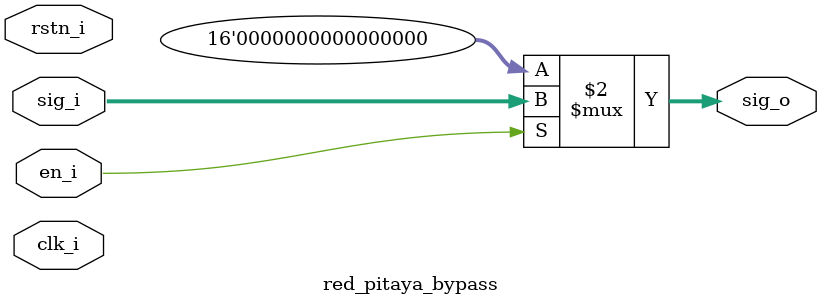
<source format=v>
module  red_pitaya_bypass(

input clk_i          ,
input rstn_i         ,

input [16-1: 0] sig_i,
output [16-1: 0] sig_o,

input en_i

);

assign sig_o = en_i ? sig_i : 14'h0;

endmodule

</source>
